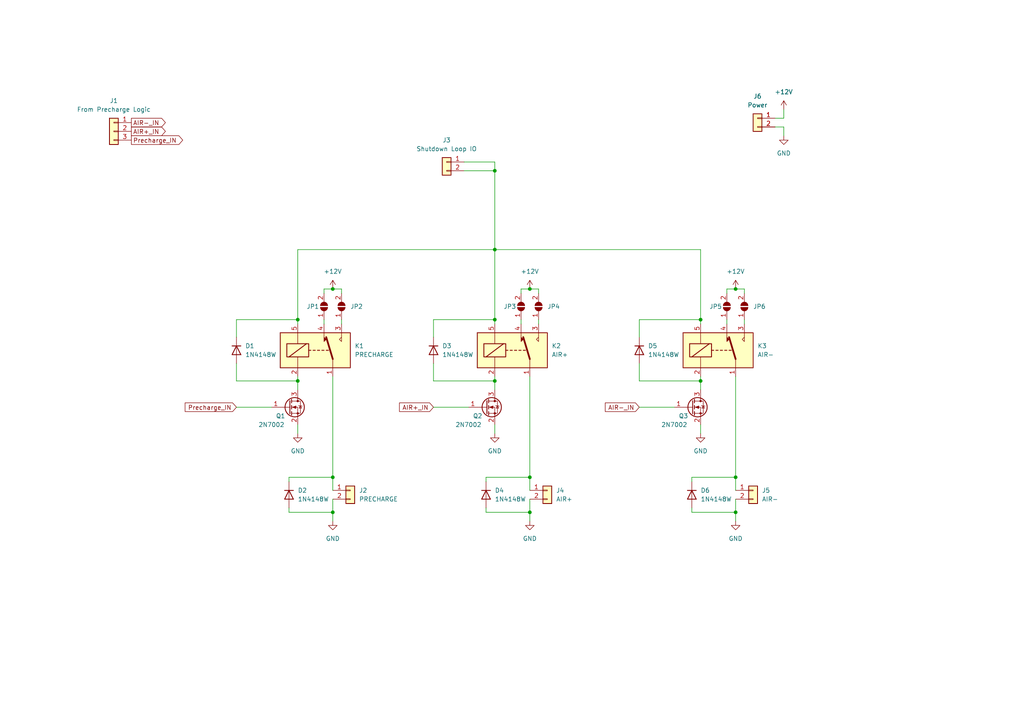
<source format=kicad_sch>
(kicad_sch (version 20211123) (generator eeschema)

  (uuid 7fd820f8-0c8e-4665-99ed-7fb9f2091fad)

  (paper "A4")

  (title_block
    (title "UCM67 Relay Driver Board")
    (date "2022-03-24")
    (rev "V1.0")
    (company "Niko Smith")
  )

  (lib_symbols
    (symbol "Connector_Generic:Conn_01x02" (pin_names (offset 1.016) hide) (in_bom yes) (on_board yes)
      (property "Reference" "J" (id 0) (at 0 2.54 0)
        (effects (font (size 1.27 1.27)))
      )
      (property "Value" "Conn_01x02" (id 1) (at 0 -5.08 0)
        (effects (font (size 1.27 1.27)))
      )
      (property "Footprint" "" (id 2) (at 0 0 0)
        (effects (font (size 1.27 1.27)) hide)
      )
      (property "Datasheet" "~" (id 3) (at 0 0 0)
        (effects (font (size 1.27 1.27)) hide)
      )
      (property "ki_keywords" "connector" (id 4) (at 0 0 0)
        (effects (font (size 1.27 1.27)) hide)
      )
      (property "ki_description" "Generic connector, single row, 01x02, script generated (kicad-library-utils/schlib/autogen/connector/)" (id 5) (at 0 0 0)
        (effects (font (size 1.27 1.27)) hide)
      )
      (property "ki_fp_filters" "Connector*:*_1x??_*" (id 6) (at 0 0 0)
        (effects (font (size 1.27 1.27)) hide)
      )
      (symbol "Conn_01x02_1_1"
        (rectangle (start -1.27 -2.413) (end 0 -2.667)
          (stroke (width 0.1524) (type default) (color 0 0 0 0))
          (fill (type none))
        )
        (rectangle (start -1.27 0.127) (end 0 -0.127)
          (stroke (width 0.1524) (type default) (color 0 0 0 0))
          (fill (type none))
        )
        (rectangle (start -1.27 1.27) (end 1.27 -3.81)
          (stroke (width 0.254) (type default) (color 0 0 0 0))
          (fill (type background))
        )
        (pin passive line (at -5.08 0 0) (length 3.81)
          (name "Pin_1" (effects (font (size 1.27 1.27))))
          (number "1" (effects (font (size 1.27 1.27))))
        )
        (pin passive line (at -5.08 -2.54 0) (length 3.81)
          (name "Pin_2" (effects (font (size 1.27 1.27))))
          (number "2" (effects (font (size 1.27 1.27))))
        )
      )
    )
    (symbol "Connector_Generic:Conn_01x03" (pin_names (offset 1.016) hide) (in_bom yes) (on_board yes)
      (property "Reference" "J" (id 0) (at 0 5.08 0)
        (effects (font (size 1.27 1.27)))
      )
      (property "Value" "Conn_01x03" (id 1) (at 0 -5.08 0)
        (effects (font (size 1.27 1.27)))
      )
      (property "Footprint" "" (id 2) (at 0 0 0)
        (effects (font (size 1.27 1.27)) hide)
      )
      (property "Datasheet" "~" (id 3) (at 0 0 0)
        (effects (font (size 1.27 1.27)) hide)
      )
      (property "ki_keywords" "connector" (id 4) (at 0 0 0)
        (effects (font (size 1.27 1.27)) hide)
      )
      (property "ki_description" "Generic connector, single row, 01x03, script generated (kicad-library-utils/schlib/autogen/connector/)" (id 5) (at 0 0 0)
        (effects (font (size 1.27 1.27)) hide)
      )
      (property "ki_fp_filters" "Connector*:*_1x??_*" (id 6) (at 0 0 0)
        (effects (font (size 1.27 1.27)) hide)
      )
      (symbol "Conn_01x03_1_1"
        (rectangle (start -1.27 -2.413) (end 0 -2.667)
          (stroke (width 0.1524) (type default) (color 0 0 0 0))
          (fill (type none))
        )
        (rectangle (start -1.27 0.127) (end 0 -0.127)
          (stroke (width 0.1524) (type default) (color 0 0 0 0))
          (fill (type none))
        )
        (rectangle (start -1.27 2.667) (end 0 2.413)
          (stroke (width 0.1524) (type default) (color 0 0 0 0))
          (fill (type none))
        )
        (rectangle (start -1.27 3.81) (end 1.27 -3.81)
          (stroke (width 0.254) (type default) (color 0 0 0 0))
          (fill (type background))
        )
        (pin passive line (at -5.08 2.54 0) (length 3.81)
          (name "Pin_1" (effects (font (size 1.27 1.27))))
          (number "1" (effects (font (size 1.27 1.27))))
        )
        (pin passive line (at -5.08 0 0) (length 3.81)
          (name "Pin_2" (effects (font (size 1.27 1.27))))
          (number "2" (effects (font (size 1.27 1.27))))
        )
        (pin passive line (at -5.08 -2.54 0) (length 3.81)
          (name "Pin_3" (effects (font (size 1.27 1.27))))
          (number "3" (effects (font (size 1.27 1.27))))
        )
      )
    )
    (symbol "Diode:1N4148W" (pin_numbers hide) (pin_names (offset 1.016) hide) (in_bom yes) (on_board yes)
      (property "Reference" "D" (id 0) (at 0 2.54 0)
        (effects (font (size 1.27 1.27)))
      )
      (property "Value" "1N4148W" (id 1) (at 0 -2.54 0)
        (effects (font (size 1.27 1.27)))
      )
      (property "Footprint" "Diode_SMD:D_SOD-123" (id 2) (at 0 -4.445 0)
        (effects (font (size 1.27 1.27)) hide)
      )
      (property "Datasheet" "https://www.vishay.com/docs/85748/1n4148w.pdf" (id 3) (at 0 0 0)
        (effects (font (size 1.27 1.27)) hide)
      )
      (property "ki_keywords" "diode" (id 4) (at 0 0 0)
        (effects (font (size 1.27 1.27)) hide)
      )
      (property "ki_description" "75V 0.15A Fast Switching Diode, SOD-123" (id 5) (at 0 0 0)
        (effects (font (size 1.27 1.27)) hide)
      )
      (property "ki_fp_filters" "D*SOD?123*" (id 6) (at 0 0 0)
        (effects (font (size 1.27 1.27)) hide)
      )
      (symbol "1N4148W_0_1"
        (polyline
          (pts
            (xy -1.27 1.27)
            (xy -1.27 -1.27)
          )
          (stroke (width 0.254) (type default) (color 0 0 0 0))
          (fill (type none))
        )
        (polyline
          (pts
            (xy 1.27 0)
            (xy -1.27 0)
          )
          (stroke (width 0) (type default) (color 0 0 0 0))
          (fill (type none))
        )
        (polyline
          (pts
            (xy 1.27 1.27)
            (xy 1.27 -1.27)
            (xy -1.27 0)
            (xy 1.27 1.27)
          )
          (stroke (width 0.254) (type default) (color 0 0 0 0))
          (fill (type none))
        )
      )
      (symbol "1N4148W_1_1"
        (pin passive line (at -3.81 0 0) (length 2.54)
          (name "K" (effects (font (size 1.27 1.27))))
          (number "1" (effects (font (size 1.27 1.27))))
        )
        (pin passive line (at 3.81 0 180) (length 2.54)
          (name "A" (effects (font (size 1.27 1.27))))
          (number "2" (effects (font (size 1.27 1.27))))
        )
      )
    )
    (symbol "Jumper:SolderJumper_2_Open" (pin_names (offset 0) hide) (in_bom yes) (on_board yes)
      (property "Reference" "JP" (id 0) (at 0 2.032 0)
        (effects (font (size 1.27 1.27)))
      )
      (property "Value" "SolderJumper_2_Open" (id 1) (at 0 -2.54 0)
        (effects (font (size 1.27 1.27)))
      )
      (property "Footprint" "" (id 2) (at 0 0 0)
        (effects (font (size 1.27 1.27)) hide)
      )
      (property "Datasheet" "~" (id 3) (at 0 0 0)
        (effects (font (size 1.27 1.27)) hide)
      )
      (property "ki_keywords" "solder jumper SPST" (id 4) (at 0 0 0)
        (effects (font (size 1.27 1.27)) hide)
      )
      (property "ki_description" "Solder Jumper, 2-pole, open" (id 5) (at 0 0 0)
        (effects (font (size 1.27 1.27)) hide)
      )
      (property "ki_fp_filters" "SolderJumper*Open*" (id 6) (at 0 0 0)
        (effects (font (size 1.27 1.27)) hide)
      )
      (symbol "SolderJumper_2_Open_0_1"
        (arc (start -0.254 1.016) (mid -1.27 0) (end -0.254 -1.016)
          (stroke (width 0) (type default) (color 0 0 0 0))
          (fill (type none))
        )
        (arc (start -0.254 1.016) (mid -1.27 0) (end -0.254 -1.016)
          (stroke (width 0) (type default) (color 0 0 0 0))
          (fill (type outline))
        )
        (polyline
          (pts
            (xy -0.254 1.016)
            (xy -0.254 -1.016)
          )
          (stroke (width 0) (type default) (color 0 0 0 0))
          (fill (type none))
        )
        (polyline
          (pts
            (xy 0.254 1.016)
            (xy 0.254 -1.016)
          )
          (stroke (width 0) (type default) (color 0 0 0 0))
          (fill (type none))
        )
        (arc (start 0.254 -1.016) (mid 1.27 0) (end 0.254 1.016)
          (stroke (width 0) (type default) (color 0 0 0 0))
          (fill (type none))
        )
        (arc (start 0.254 -1.016) (mid 1.27 0) (end 0.254 1.016)
          (stroke (width 0) (type default) (color 0 0 0 0))
          (fill (type outline))
        )
      )
      (symbol "SolderJumper_2_Open_1_1"
        (pin passive line (at -3.81 0 0) (length 2.54)
          (name "A" (effects (font (size 1.27 1.27))))
          (number "1" (effects (font (size 1.27 1.27))))
        )
        (pin passive line (at 3.81 0 180) (length 2.54)
          (name "B" (effects (font (size 1.27 1.27))))
          (number "2" (effects (font (size 1.27 1.27))))
        )
      )
    )
    (symbol "Relay:SANYOU_SRD_Form_C" (in_bom yes) (on_board yes)
      (property "Reference" "K" (id 0) (at 11.43 3.81 0)
        (effects (font (size 1.27 1.27)) (justify left))
      )
      (property "Value" "SANYOU_SRD_Form_C" (id 1) (at 11.43 1.27 0)
        (effects (font (size 1.27 1.27)) (justify left))
      )
      (property "Footprint" "Relay_THT:Relay_SPDT_SANYOU_SRD_Series_Form_C" (id 2) (at 11.43 -1.27 0)
        (effects (font (size 1.27 1.27)) (justify left) hide)
      )
      (property "Datasheet" "http://www.sanyourelay.ca/public/products/pdf/SRD.pdf" (id 3) (at 0 0 0)
        (effects (font (size 1.27 1.27)) hide)
      )
      (property "ki_keywords" "Single Pole Relay SPDT" (id 4) (at 0 0 0)
        (effects (font (size 1.27 1.27)) hide)
      )
      (property "ki_description" "Sanyo SRD relay, Single Pole Miniature Power Relay," (id 5) (at 0 0 0)
        (effects (font (size 1.27 1.27)) hide)
      )
      (property "ki_fp_filters" "Relay*SPDT*SANYOU*SRD*Series*Form*C*" (id 6) (at 0 0 0)
        (effects (font (size 1.27 1.27)) hide)
      )
      (symbol "SANYOU_SRD_Form_C_0_0"
        (polyline
          (pts
            (xy 7.62 5.08)
            (xy 7.62 2.54)
            (xy 6.985 3.175)
            (xy 7.62 3.81)
          )
          (stroke (width 0) (type default) (color 0 0 0 0))
          (fill (type none))
        )
      )
      (symbol "SANYOU_SRD_Form_C_0_1"
        (rectangle (start -10.16 5.08) (end 10.16 -5.08)
          (stroke (width 0.254) (type default) (color 0 0 0 0))
          (fill (type background))
        )
        (rectangle (start -8.255 1.905) (end -1.905 -1.905)
          (stroke (width 0.254) (type default) (color 0 0 0 0))
          (fill (type none))
        )
        (polyline
          (pts
            (xy -7.62 -1.905)
            (xy -2.54 1.905)
          )
          (stroke (width 0.254) (type default) (color 0 0 0 0))
          (fill (type none))
        )
        (polyline
          (pts
            (xy -5.08 -5.08)
            (xy -5.08 -1.905)
          )
          (stroke (width 0) (type default) (color 0 0 0 0))
          (fill (type none))
        )
        (polyline
          (pts
            (xy -5.08 5.08)
            (xy -5.08 1.905)
          )
          (stroke (width 0) (type default) (color 0 0 0 0))
          (fill (type none))
        )
        (polyline
          (pts
            (xy -1.905 0)
            (xy -1.27 0)
          )
          (stroke (width 0.254) (type default) (color 0 0 0 0))
          (fill (type none))
        )
        (polyline
          (pts
            (xy -0.635 0)
            (xy 0 0)
          )
          (stroke (width 0.254) (type default) (color 0 0 0 0))
          (fill (type none))
        )
        (polyline
          (pts
            (xy 0.635 0)
            (xy 1.27 0)
          )
          (stroke (width 0.254) (type default) (color 0 0 0 0))
          (fill (type none))
        )
        (polyline
          (pts
            (xy 1.905 0)
            (xy 2.54 0)
          )
          (stroke (width 0.254) (type default) (color 0 0 0 0))
          (fill (type none))
        )
        (polyline
          (pts
            (xy 3.175 0)
            (xy 3.81 0)
          )
          (stroke (width 0.254) (type default) (color 0 0 0 0))
          (fill (type none))
        )
        (polyline
          (pts
            (xy 5.08 -2.54)
            (xy 3.175 3.81)
          )
          (stroke (width 0.508) (type default) (color 0 0 0 0))
          (fill (type none))
        )
        (polyline
          (pts
            (xy 5.08 -2.54)
            (xy 5.08 -5.08)
          )
          (stroke (width 0) (type default) (color 0 0 0 0))
          (fill (type none))
        )
      )
      (symbol "SANYOU_SRD_Form_C_1_1"
        (polyline
          (pts
            (xy 2.54 3.81)
            (xy 3.175 3.175)
            (xy 2.54 2.54)
            (xy 2.54 5.08)
          )
          (stroke (width 0) (type default) (color 0 0 0 0))
          (fill (type outline))
        )
        (pin passive line (at 5.08 -7.62 90) (length 2.54)
          (name "~" (effects (font (size 1.27 1.27))))
          (number "1" (effects (font (size 1.27 1.27))))
        )
        (pin passive line (at -5.08 -7.62 90) (length 2.54)
          (name "~" (effects (font (size 1.27 1.27))))
          (number "2" (effects (font (size 1.27 1.27))))
        )
        (pin passive line (at 7.62 7.62 270) (length 2.54)
          (name "~" (effects (font (size 1.27 1.27))))
          (number "3" (effects (font (size 1.27 1.27))))
        )
        (pin passive line (at 2.54 7.62 270) (length 2.54)
          (name "~" (effects (font (size 1.27 1.27))))
          (number "4" (effects (font (size 1.27 1.27))))
        )
        (pin passive line (at -5.08 7.62 270) (length 2.54)
          (name "~" (effects (font (size 1.27 1.27))))
          (number "5" (effects (font (size 1.27 1.27))))
        )
      )
    )
    (symbol "Transistor_FET:2N7002" (pin_names hide) (in_bom yes) (on_board yes)
      (property "Reference" "Q" (id 0) (at 5.08 1.905 0)
        (effects (font (size 1.27 1.27)) (justify left))
      )
      (property "Value" "2N7002" (id 1) (at 5.08 0 0)
        (effects (font (size 1.27 1.27)) (justify left))
      )
      (property "Footprint" "Package_TO_SOT_SMD:SOT-23" (id 2) (at 5.08 -1.905 0)
        (effects (font (size 1.27 1.27) italic) (justify left) hide)
      )
      (property "Datasheet" "https://www.onsemi.com/pub/Collateral/NDS7002A-D.PDF" (id 3) (at 0 0 0)
        (effects (font (size 1.27 1.27)) (justify left) hide)
      )
      (property "ki_keywords" "N-Channel Switching MOSFET" (id 4) (at 0 0 0)
        (effects (font (size 1.27 1.27)) hide)
      )
      (property "ki_description" "0.115A Id, 60V Vds, N-Channel MOSFET, SOT-23" (id 5) (at 0 0 0)
        (effects (font (size 1.27 1.27)) hide)
      )
      (property "ki_fp_filters" "SOT?23*" (id 6) (at 0 0 0)
        (effects (font (size 1.27 1.27)) hide)
      )
      (symbol "2N7002_0_1"
        (polyline
          (pts
            (xy 0.254 0)
            (xy -2.54 0)
          )
          (stroke (width 0) (type default) (color 0 0 0 0))
          (fill (type none))
        )
        (polyline
          (pts
            (xy 0.254 1.905)
            (xy 0.254 -1.905)
          )
          (stroke (width 0.254) (type default) (color 0 0 0 0))
          (fill (type none))
        )
        (polyline
          (pts
            (xy 0.762 -1.27)
            (xy 0.762 -2.286)
          )
          (stroke (width 0.254) (type default) (color 0 0 0 0))
          (fill (type none))
        )
        (polyline
          (pts
            (xy 0.762 0.508)
            (xy 0.762 -0.508)
          )
          (stroke (width 0.254) (type default) (color 0 0 0 0))
          (fill (type none))
        )
        (polyline
          (pts
            (xy 0.762 2.286)
            (xy 0.762 1.27)
          )
          (stroke (width 0.254) (type default) (color 0 0 0 0))
          (fill (type none))
        )
        (polyline
          (pts
            (xy 2.54 2.54)
            (xy 2.54 1.778)
          )
          (stroke (width 0) (type default) (color 0 0 0 0))
          (fill (type none))
        )
        (polyline
          (pts
            (xy 2.54 -2.54)
            (xy 2.54 0)
            (xy 0.762 0)
          )
          (stroke (width 0) (type default) (color 0 0 0 0))
          (fill (type none))
        )
        (polyline
          (pts
            (xy 0.762 -1.778)
            (xy 3.302 -1.778)
            (xy 3.302 1.778)
            (xy 0.762 1.778)
          )
          (stroke (width 0) (type default) (color 0 0 0 0))
          (fill (type none))
        )
        (polyline
          (pts
            (xy 1.016 0)
            (xy 2.032 0.381)
            (xy 2.032 -0.381)
            (xy 1.016 0)
          )
          (stroke (width 0) (type default) (color 0 0 0 0))
          (fill (type outline))
        )
        (polyline
          (pts
            (xy 2.794 0.508)
            (xy 2.921 0.381)
            (xy 3.683 0.381)
            (xy 3.81 0.254)
          )
          (stroke (width 0) (type default) (color 0 0 0 0))
          (fill (type none))
        )
        (polyline
          (pts
            (xy 3.302 0.381)
            (xy 2.921 -0.254)
            (xy 3.683 -0.254)
            (xy 3.302 0.381)
          )
          (stroke (width 0) (type default) (color 0 0 0 0))
          (fill (type none))
        )
        (circle (center 1.651 0) (radius 2.794)
          (stroke (width 0.254) (type default) (color 0 0 0 0))
          (fill (type none))
        )
        (circle (center 2.54 -1.778) (radius 0.254)
          (stroke (width 0) (type default) (color 0 0 0 0))
          (fill (type outline))
        )
        (circle (center 2.54 1.778) (radius 0.254)
          (stroke (width 0) (type default) (color 0 0 0 0))
          (fill (type outline))
        )
      )
      (symbol "2N7002_1_1"
        (pin input line (at -5.08 0 0) (length 2.54)
          (name "G" (effects (font (size 1.27 1.27))))
          (number "1" (effects (font (size 1.27 1.27))))
        )
        (pin passive line (at 2.54 -5.08 90) (length 2.54)
          (name "S" (effects (font (size 1.27 1.27))))
          (number "2" (effects (font (size 1.27 1.27))))
        )
        (pin passive line (at 2.54 5.08 270) (length 2.54)
          (name "D" (effects (font (size 1.27 1.27))))
          (number "3" (effects (font (size 1.27 1.27))))
        )
      )
    )
    (symbol "power:+12V" (power) (pin_names (offset 0)) (in_bom yes) (on_board yes)
      (property "Reference" "#PWR" (id 0) (at 0 -3.81 0)
        (effects (font (size 1.27 1.27)) hide)
      )
      (property "Value" "+12V" (id 1) (at 0 3.556 0)
        (effects (font (size 1.27 1.27)))
      )
      (property "Footprint" "" (id 2) (at 0 0 0)
        (effects (font (size 1.27 1.27)) hide)
      )
      (property "Datasheet" "" (id 3) (at 0 0 0)
        (effects (font (size 1.27 1.27)) hide)
      )
      (property "ki_keywords" "power-flag" (id 4) (at 0 0 0)
        (effects (font (size 1.27 1.27)) hide)
      )
      (property "ki_description" "Power symbol creates a global label with name \"+12V\"" (id 5) (at 0 0 0)
        (effects (font (size 1.27 1.27)) hide)
      )
      (symbol "+12V_0_1"
        (polyline
          (pts
            (xy -0.762 1.27)
            (xy 0 2.54)
          )
          (stroke (width 0) (type default) (color 0 0 0 0))
          (fill (type none))
        )
        (polyline
          (pts
            (xy 0 0)
            (xy 0 2.54)
          )
          (stroke (width 0) (type default) (color 0 0 0 0))
          (fill (type none))
        )
        (polyline
          (pts
            (xy 0 2.54)
            (xy 0.762 1.27)
          )
          (stroke (width 0) (type default) (color 0 0 0 0))
          (fill (type none))
        )
      )
      (symbol "+12V_1_1"
        (pin power_in line (at 0 0 90) (length 0) hide
          (name "+12V" (effects (font (size 1.27 1.27))))
          (number "1" (effects (font (size 1.27 1.27))))
        )
      )
    )
    (symbol "power:GND" (power) (pin_names (offset 0)) (in_bom yes) (on_board yes)
      (property "Reference" "#PWR" (id 0) (at 0 -6.35 0)
        (effects (font (size 1.27 1.27)) hide)
      )
      (property "Value" "GND" (id 1) (at 0 -3.81 0)
        (effects (font (size 1.27 1.27)))
      )
      (property "Footprint" "" (id 2) (at 0 0 0)
        (effects (font (size 1.27 1.27)) hide)
      )
      (property "Datasheet" "" (id 3) (at 0 0 0)
        (effects (font (size 1.27 1.27)) hide)
      )
      (property "ki_keywords" "power-flag" (id 4) (at 0 0 0)
        (effects (font (size 1.27 1.27)) hide)
      )
      (property "ki_description" "Power symbol creates a global label with name \"GND\" , ground" (id 5) (at 0 0 0)
        (effects (font (size 1.27 1.27)) hide)
      )
      (symbol "GND_0_1"
        (polyline
          (pts
            (xy 0 0)
            (xy 0 -1.27)
            (xy 1.27 -1.27)
            (xy 0 -2.54)
            (xy -1.27 -1.27)
            (xy 0 -1.27)
          )
          (stroke (width 0) (type default) (color 0 0 0 0))
          (fill (type none))
        )
      )
      (symbol "GND_1_1"
        (pin power_in line (at 0 0 270) (length 0) hide
          (name "GND" (effects (font (size 1.27 1.27))))
          (number "1" (effects (font (size 1.27 1.27))))
        )
      )
    )
  )

  (junction (at 153.67 138.43) (diameter 0) (color 0 0 0 0)
    (uuid 0638d707-42e2-4f31-814e-64131825d545)
  )
  (junction (at 203.2 92.71) (diameter 0) (color 0 0 0 0)
    (uuid 12878efa-5c81-4e44-bbc9-e8c182c29479)
  )
  (junction (at 143.51 72.39) (diameter 0) (color 0 0 0 0)
    (uuid 18713f4b-998f-4524-b0cb-d3d0f28d782f)
  )
  (junction (at 153.67 148.59) (diameter 0) (color 0 0 0 0)
    (uuid 1e5cccea-0670-4f3f-bd87-1da000b626d1)
  )
  (junction (at 96.52 148.59) (diameter 0) (color 0 0 0 0)
    (uuid 2be1f25b-3975-4b0b-80cd-88d4ae361984)
  )
  (junction (at 153.67 83.82) (diameter 0) (color 0 0 0 0)
    (uuid 2d79801e-81a7-4f80-b114-ae99d1ce7dc8)
  )
  (junction (at 143.51 92.71) (diameter 0) (color 0 0 0 0)
    (uuid 3039a38d-ed41-4d78-9c5e-0fee56ee1ff8)
  )
  (junction (at 96.52 138.43) (diameter 0) (color 0 0 0 0)
    (uuid 697664ce-8748-4de2-a7ca-7631eb7cba0e)
  )
  (junction (at 86.36 92.71) (diameter 0) (color 0 0 0 0)
    (uuid 796c052d-eae0-49e2-af75-a6b2f96d05f7)
  )
  (junction (at 86.36 110.49) (diameter 0) (color 0 0 0 0)
    (uuid 801bf500-0002-436b-8fb3-9cca37505002)
  )
  (junction (at 213.36 83.82) (diameter 0) (color 0 0 0 0)
    (uuid 82f5f267-3bd5-4dcf-a27b-7e249179355b)
  )
  (junction (at 143.51 49.53) (diameter 0) (color 0 0 0 0)
    (uuid 8fd26918-ece0-4668-b16c-50461ccce3bd)
  )
  (junction (at 143.51 110.49) (diameter 0) (color 0 0 0 0)
    (uuid 9a907c15-c755-48c3-9aa7-c89e8e92fdc9)
  )
  (junction (at 213.36 148.59) (diameter 0) (color 0 0 0 0)
    (uuid 9d41200d-9320-4670-bd07-134f827c10a4)
  )
  (junction (at 203.2 110.49) (diameter 0) (color 0 0 0 0)
    (uuid a3dc49ef-6ec8-49ad-a37e-7f39ce6ddd3a)
  )
  (junction (at 213.36 138.43) (diameter 0) (color 0 0 0 0)
    (uuid b3ee8404-3a2e-4454-b9cd-ebf10d97be83)
  )
  (junction (at 96.52 83.82) (diameter 0) (color 0 0 0 0)
    (uuid d2c6cbf2-76b1-4408-b1d5-b70e21fb1417)
  )

  (wire (pts (xy 68.58 105.41) (xy 68.58 110.49))
    (stroke (width 0) (type default) (color 0 0 0 0))
    (uuid 00eccba3-b0b1-4179-aed6-d1fdb2eb6b34)
  )
  (wire (pts (xy 140.97 147.32) (xy 140.97 148.59))
    (stroke (width 0) (type default) (color 0 0 0 0))
    (uuid 0479dbf6-aa12-4750-a17e-3635e1d898ea)
  )
  (wire (pts (xy 153.67 83.82) (xy 156.21 83.82))
    (stroke (width 0) (type default) (color 0 0 0 0))
    (uuid 04dff9b1-4eeb-455e-9c6e-138ad00d2563)
  )
  (wire (pts (xy 86.36 92.71) (xy 86.36 72.39))
    (stroke (width 0) (type default) (color 0 0 0 0))
    (uuid 05279c92-a97d-4708-a02c-09d3a02e2997)
  )
  (wire (pts (xy 227.33 34.29) (xy 227.33 31.75))
    (stroke (width 0) (type default) (color 0 0 0 0))
    (uuid 0b3cca22-9ec1-4267-ad5f-6a2dda0cb570)
  )
  (wire (pts (xy 203.2 93.98) (xy 203.2 92.71))
    (stroke (width 0) (type default) (color 0 0 0 0))
    (uuid 0bce63d6-767e-45fd-a100-e5d34179a631)
  )
  (wire (pts (xy 140.97 148.59) (xy 153.67 148.59))
    (stroke (width 0) (type default) (color 0 0 0 0))
    (uuid 0e54acc3-3c67-4871-a1f7-d35ced467981)
  )
  (wire (pts (xy 224.79 36.83) (xy 227.33 36.83))
    (stroke (width 0) (type default) (color 0 0 0 0))
    (uuid 18d66822-ae9e-4379-a63f-9ddb6a89507a)
  )
  (wire (pts (xy 83.82 139.7) (xy 83.82 138.43))
    (stroke (width 0) (type default) (color 0 0 0 0))
    (uuid 1b7ef2d7-3e4b-4435-bc89-c6c825d75f10)
  )
  (wire (pts (xy 203.2 110.49) (xy 203.2 109.22))
    (stroke (width 0) (type default) (color 0 0 0 0))
    (uuid 1e2dcb2d-e89f-46f2-b0b5-4f5f2e1b282c)
  )
  (wire (pts (xy 93.98 83.82) (xy 96.52 83.82))
    (stroke (width 0) (type default) (color 0 0 0 0))
    (uuid 1e588fe6-d889-44aa-bb74-5390d59bc688)
  )
  (wire (pts (xy 140.97 138.43) (xy 153.67 138.43))
    (stroke (width 0) (type default) (color 0 0 0 0))
    (uuid 2a3e3937-f1c9-4371-a1ef-6f37a588e608)
  )
  (wire (pts (xy 143.51 92.71) (xy 143.51 72.39))
    (stroke (width 0) (type default) (color 0 0 0 0))
    (uuid 2e04f23b-a7c7-49a8-acd9-edd80b0ecae7)
  )
  (wire (pts (xy 125.73 118.11) (xy 135.89 118.11))
    (stroke (width 0) (type default) (color 0 0 0 0))
    (uuid 2f371d51-9735-4026-93f5-3b2ef7e0acb1)
  )
  (wire (pts (xy 156.21 85.09) (xy 156.21 83.82))
    (stroke (width 0) (type default) (color 0 0 0 0))
    (uuid 2ffb26e2-22f8-4a86-9609-ca4f947ea65e)
  )
  (wire (pts (xy 200.66 148.59) (xy 213.36 148.59))
    (stroke (width 0) (type default) (color 0 0 0 0))
    (uuid 31cb65f4-70b6-47ab-ac7c-9afbb262ea5f)
  )
  (wire (pts (xy 185.42 105.41) (xy 185.42 110.49))
    (stroke (width 0) (type default) (color 0 0 0 0))
    (uuid 41231fa5-8b2e-4a82-8533-f10702f7460a)
  )
  (wire (pts (xy 203.2 92.71) (xy 203.2 72.39))
    (stroke (width 0) (type default) (color 0 0 0 0))
    (uuid 498517b7-dc94-415f-bdb8-5792a1b05cb8)
  )
  (wire (pts (xy 151.13 85.09) (xy 151.13 83.82))
    (stroke (width 0) (type default) (color 0 0 0 0))
    (uuid 49be92d6-6725-4924-9961-08f0fdd9f19b)
  )
  (wire (pts (xy 143.51 72.39) (xy 203.2 72.39))
    (stroke (width 0) (type default) (color 0 0 0 0))
    (uuid 4affe2c3-1285-4e75-8258-3aa1debf8e5b)
  )
  (wire (pts (xy 213.36 144.78) (xy 213.36 148.59))
    (stroke (width 0) (type default) (color 0 0 0 0))
    (uuid 4d24efbc-f4ce-4aeb-b127-5ff3e27b027a)
  )
  (wire (pts (xy 93.98 85.09) (xy 93.98 83.82))
    (stroke (width 0) (type default) (color 0 0 0 0))
    (uuid 578b562f-58b8-4603-9d3d-3ca112d9a75c)
  )
  (wire (pts (xy 96.52 83.82) (xy 99.06 83.82))
    (stroke (width 0) (type default) (color 0 0 0 0))
    (uuid 595d534d-98bd-46bf-a4ff-fde5855fadbe)
  )
  (wire (pts (xy 125.73 92.71) (xy 143.51 92.71))
    (stroke (width 0) (type default) (color 0 0 0 0))
    (uuid 5bb53b27-97b0-4798-ad1e-9029c1944ac6)
  )
  (wire (pts (xy 203.2 113.03) (xy 203.2 110.49))
    (stroke (width 0) (type default) (color 0 0 0 0))
    (uuid 61a8d3bf-9dd6-4bc6-acbc-7c613cfbd376)
  )
  (wire (pts (xy 143.51 49.53) (xy 143.51 72.39))
    (stroke (width 0) (type default) (color 0 0 0 0))
    (uuid 64865b8d-d516-4da5-88f1-8d40bf9091d6)
  )
  (wire (pts (xy 213.36 109.22) (xy 213.36 138.43))
    (stroke (width 0) (type default) (color 0 0 0 0))
    (uuid 6508b25a-0a7a-40eb-ab3a-7e7e0ccbfa76)
  )
  (wire (pts (xy 185.42 97.79) (xy 185.42 92.71))
    (stroke (width 0) (type default) (color 0 0 0 0))
    (uuid 6975c1aa-03b2-4439-99f7-a4dfaf8d7487)
  )
  (wire (pts (xy 200.66 147.32) (xy 200.66 148.59))
    (stroke (width 0) (type default) (color 0 0 0 0))
    (uuid 72bf36a5-1464-4ee8-8960-89910b025c8f)
  )
  (wire (pts (xy 210.82 83.82) (xy 213.36 83.82))
    (stroke (width 0) (type default) (color 0 0 0 0))
    (uuid 73430068-c8f4-47f8-9713-b4efe7a01d1a)
  )
  (wire (pts (xy 213.36 83.82) (xy 215.9 83.82))
    (stroke (width 0) (type default) (color 0 0 0 0))
    (uuid 7921aeb1-c41e-4810-8ee5-6686a14c2845)
  )
  (wire (pts (xy 156.21 92.71) (xy 156.21 93.98))
    (stroke (width 0) (type default) (color 0 0 0 0))
    (uuid 7e3ca010-a748-436a-95f8-ba457ea78350)
  )
  (wire (pts (xy 96.52 144.78) (xy 96.52 148.59))
    (stroke (width 0) (type default) (color 0 0 0 0))
    (uuid 7f104db8-75cc-4524-8118-07b963d1ab68)
  )
  (wire (pts (xy 143.51 93.98) (xy 143.51 92.71))
    (stroke (width 0) (type default) (color 0 0 0 0))
    (uuid 81c29916-78e8-4924-80c4-4c7b240b1460)
  )
  (wire (pts (xy 153.67 144.78) (xy 153.67 148.59))
    (stroke (width 0) (type default) (color 0 0 0 0))
    (uuid 87c799f0-7692-4981-b0e8-0f0a3a701c80)
  )
  (wire (pts (xy 68.58 118.11) (xy 78.74 118.11))
    (stroke (width 0) (type default) (color 0 0 0 0))
    (uuid 885ebe43-b6ad-42fe-bc71-d7c9ebc3d292)
  )
  (wire (pts (xy 125.73 97.79) (xy 125.73 92.71))
    (stroke (width 0) (type default) (color 0 0 0 0))
    (uuid 89532565-f9e7-4cf2-975d-d25e7b7ca76c)
  )
  (wire (pts (xy 153.67 148.59) (xy 153.67 151.13))
    (stroke (width 0) (type default) (color 0 0 0 0))
    (uuid 8c21079d-7ff6-40a0-bf4c-41c8e5352cff)
  )
  (wire (pts (xy 213.36 148.59) (xy 213.36 151.13))
    (stroke (width 0) (type default) (color 0 0 0 0))
    (uuid 8ee61c13-aa04-4dd6-b943-f5a2a4117b99)
  )
  (wire (pts (xy 83.82 147.32) (xy 83.82 148.59))
    (stroke (width 0) (type default) (color 0 0 0 0))
    (uuid 8f8c649a-d218-4f4d-a9f1-439a2b8a3b64)
  )
  (wire (pts (xy 213.36 138.43) (xy 213.36 142.24))
    (stroke (width 0) (type default) (color 0 0 0 0))
    (uuid 90097450-1d22-4bfa-aa87-98ca25ff700b)
  )
  (wire (pts (xy 215.9 85.09) (xy 215.9 83.82))
    (stroke (width 0) (type default) (color 0 0 0 0))
    (uuid 90b2e6c6-a62d-4457-a708-7c90e1963885)
  )
  (wire (pts (xy 143.51 46.99) (xy 143.51 49.53))
    (stroke (width 0) (type default) (color 0 0 0 0))
    (uuid 94e53238-dce0-44f0-b3ab-c067d058562e)
  )
  (wire (pts (xy 143.51 125.73) (xy 143.51 123.19))
    (stroke (width 0) (type default) (color 0 0 0 0))
    (uuid 96854bfe-cf6e-43b1-913a-2c04114d38cf)
  )
  (wire (pts (xy 86.36 125.73) (xy 86.36 123.19))
    (stroke (width 0) (type default) (color 0 0 0 0))
    (uuid 96d03886-47df-4a69-935b-56c4327baad1)
  )
  (wire (pts (xy 96.52 109.22) (xy 96.52 138.43))
    (stroke (width 0) (type default) (color 0 0 0 0))
    (uuid 9c119fdc-37f7-4096-b22c-d1f511f9ab3a)
  )
  (wire (pts (xy 140.97 139.7) (xy 140.97 138.43))
    (stroke (width 0) (type default) (color 0 0 0 0))
    (uuid 9e5c2bbe-123f-4d5b-96ef-e683238f5ac1)
  )
  (wire (pts (xy 83.82 138.43) (xy 96.52 138.43))
    (stroke (width 0) (type default) (color 0 0 0 0))
    (uuid ab0fef4b-6e1c-4df8-90c4-47edd49722ea)
  )
  (wire (pts (xy 134.62 46.99) (xy 143.51 46.99))
    (stroke (width 0) (type default) (color 0 0 0 0))
    (uuid ab4363a7-5eba-4b81-a491-9ade12559089)
  )
  (wire (pts (xy 143.51 113.03) (xy 143.51 110.49))
    (stroke (width 0) (type default) (color 0 0 0 0))
    (uuid b0818234-cc74-4d5a-bba2-e76da969f223)
  )
  (wire (pts (xy 99.06 92.71) (xy 99.06 93.98))
    (stroke (width 0) (type default) (color 0 0 0 0))
    (uuid b16a56c2-5edc-47e5-963e-27d150987314)
  )
  (wire (pts (xy 143.51 110.49) (xy 143.51 109.22))
    (stroke (width 0) (type default) (color 0 0 0 0))
    (uuid b72219ae-c859-434b-9dfd-0aa904feccb2)
  )
  (wire (pts (xy 224.79 34.29) (xy 227.33 34.29))
    (stroke (width 0) (type default) (color 0 0 0 0))
    (uuid b8a101fc-f3b4-4dd4-9dd4-91d25af7ba55)
  )
  (wire (pts (xy 68.58 110.49) (xy 86.36 110.49))
    (stroke (width 0) (type default) (color 0 0 0 0))
    (uuid ba205604-1792-4e70-be68-e7e1a8723565)
  )
  (wire (pts (xy 99.06 85.09) (xy 99.06 83.82))
    (stroke (width 0) (type default) (color 0 0 0 0))
    (uuid bbaa2686-6498-480c-b9a7-3de6bbe02ff8)
  )
  (wire (pts (xy 203.2 125.73) (xy 203.2 123.19))
    (stroke (width 0) (type default) (color 0 0 0 0))
    (uuid bedfd1da-085f-4f87-98f1-8e6e5a79653d)
  )
  (wire (pts (xy 125.73 110.49) (xy 143.51 110.49))
    (stroke (width 0) (type default) (color 0 0 0 0))
    (uuid c1195a8f-7f96-4494-8a0e-c0a4820644bc)
  )
  (wire (pts (xy 151.13 92.71) (xy 151.13 93.98))
    (stroke (width 0) (type default) (color 0 0 0 0))
    (uuid c35f3fc4-fd86-44e9-b563-9319f6484731)
  )
  (wire (pts (xy 185.42 110.49) (xy 203.2 110.49))
    (stroke (width 0) (type default) (color 0 0 0 0))
    (uuid c4a442e2-c6ea-4d2c-bbac-c20e4af8174f)
  )
  (wire (pts (xy 151.13 83.82) (xy 153.67 83.82))
    (stroke (width 0) (type default) (color 0 0 0 0))
    (uuid c6179a0e-00b0-456c-ab0d-68833d7cbe1b)
  )
  (wire (pts (xy 86.36 113.03) (xy 86.36 110.49))
    (stroke (width 0) (type default) (color 0 0 0 0))
    (uuid c80621c4-81c7-4209-97a8-6143c833b7eb)
  )
  (wire (pts (xy 96.52 148.59) (xy 96.52 151.13))
    (stroke (width 0) (type default) (color 0 0 0 0))
    (uuid c8ded70c-2bcd-4c55-b033-d23477d4c61f)
  )
  (wire (pts (xy 185.42 92.71) (xy 203.2 92.71))
    (stroke (width 0) (type default) (color 0 0 0 0))
    (uuid cc47a93d-2ed9-4d33-b87b-4b78cb72de79)
  )
  (wire (pts (xy 153.67 138.43) (xy 153.67 142.24))
    (stroke (width 0) (type default) (color 0 0 0 0))
    (uuid d05d54a3-f59c-412e-aecb-aa152fdb7938)
  )
  (wire (pts (xy 200.66 139.7) (xy 200.66 138.43))
    (stroke (width 0) (type default) (color 0 0 0 0))
    (uuid d2611f15-047c-4918-b202-1de0580a9b89)
  )
  (wire (pts (xy 93.98 92.71) (xy 93.98 93.98))
    (stroke (width 0) (type default) (color 0 0 0 0))
    (uuid d4994c60-fc43-4e9f-8c28-0e9981bb4806)
  )
  (wire (pts (xy 185.42 118.11) (xy 195.58 118.11))
    (stroke (width 0) (type default) (color 0 0 0 0))
    (uuid dbf0e3ed-43f8-499f-bf36-390ed5af2ef0)
  )
  (wire (pts (xy 86.36 110.49) (xy 86.36 109.22))
    (stroke (width 0) (type default) (color 0 0 0 0))
    (uuid dd47578a-e07f-4ee3-a639-3784d9659e40)
  )
  (wire (pts (xy 86.36 93.98) (xy 86.36 92.71))
    (stroke (width 0) (type default) (color 0 0 0 0))
    (uuid e522f544-c911-4b74-ad1b-ab62ca3b5566)
  )
  (wire (pts (xy 96.52 138.43) (xy 96.52 142.24))
    (stroke (width 0) (type default) (color 0 0 0 0))
    (uuid e66efc8d-cd55-4bd2-9d9f-393ca214529c)
  )
  (wire (pts (xy 227.33 36.83) (xy 227.33 39.37))
    (stroke (width 0) (type default) (color 0 0 0 0))
    (uuid e6cd3e72-714e-4756-973e-9a36daf7fc48)
  )
  (wire (pts (xy 68.58 92.71) (xy 86.36 92.71))
    (stroke (width 0) (type default) (color 0 0 0 0))
    (uuid e75e8e38-bdbb-4003-953e-a9ea3b9436bc)
  )
  (wire (pts (xy 68.58 97.79) (xy 68.58 92.71))
    (stroke (width 0) (type default) (color 0 0 0 0))
    (uuid e7fafbf8-21cb-441a-a637-43f7a6b35e35)
  )
  (wire (pts (xy 210.82 92.71) (xy 210.82 93.98))
    (stroke (width 0) (type default) (color 0 0 0 0))
    (uuid e994a535-022e-4958-adf7-c1ca1009471a)
  )
  (wire (pts (xy 134.62 49.53) (xy 143.51 49.53))
    (stroke (width 0) (type default) (color 0 0 0 0))
    (uuid ea4a28c1-d99b-4e42-8c23-ffa9af7a41bd)
  )
  (wire (pts (xy 200.66 138.43) (xy 213.36 138.43))
    (stroke (width 0) (type default) (color 0 0 0 0))
    (uuid ebf99fdc-b1f1-4b1b-80dd-34c88e847f01)
  )
  (wire (pts (xy 83.82 148.59) (xy 96.52 148.59))
    (stroke (width 0) (type default) (color 0 0 0 0))
    (uuid ee26b7cc-8c38-43c0-8439-f89b0f495741)
  )
  (wire (pts (xy 210.82 85.09) (xy 210.82 83.82))
    (stroke (width 0) (type default) (color 0 0 0 0))
    (uuid ef24d342-4af3-4736-b32c-85b9577a0652)
  )
  (wire (pts (xy 153.67 109.22) (xy 153.67 138.43))
    (stroke (width 0) (type default) (color 0 0 0 0))
    (uuid f4fa323d-66cc-4afb-9bdc-0c7d7de1ea10)
  )
  (wire (pts (xy 86.36 72.39) (xy 143.51 72.39))
    (stroke (width 0) (type default) (color 0 0 0 0))
    (uuid f6851a61-cb20-41be-9c7d-d34e200a5df7)
  )
  (wire (pts (xy 125.73 105.41) (xy 125.73 110.49))
    (stroke (width 0) (type default) (color 0 0 0 0))
    (uuid fcb41f16-ac5c-4fdf-92cf-d17e2730891a)
  )
  (wire (pts (xy 215.9 92.71) (xy 215.9 93.98))
    (stroke (width 0) (type default) (color 0 0 0 0))
    (uuid fe11c53a-9e62-4927-a03d-ddbf94ae4b37)
  )

  (global_label "AIR-_IN" (shape input) (at 185.42 118.11 180) (fields_autoplaced)
    (effects (font (size 1.27 1.27)) (justify right))
    (uuid 193bdd8b-9879-4e8c-983d-c7adebc1d8f4)
    (property "Intersheet References" "${INTERSHEET_REFS}" (id 0) (at 175.5683 118.0306 0)
      (effects (font (size 1.27 1.27)) (justify right) hide)
    )
  )
  (global_label "AIR+_IN" (shape input) (at 125.73 118.11 180) (fields_autoplaced)
    (effects (font (size 1.27 1.27)) (justify right))
    (uuid 56b04227-cf2a-4db7-ac66-3966b6552b10)
    (property "Intersheet References" "${INTERSHEET_REFS}" (id 0) (at 115.8783 118.0306 0)
      (effects (font (size 1.27 1.27)) (justify right) hide)
    )
  )
  (global_label "Precharge_IN" (shape output) (at 38.1 40.64 0) (fields_autoplaced)
    (effects (font (size 1.27 1.27)) (justify left))
    (uuid 665f0fc5-a5e7-4ec9-9a85-1395b469a82e)
    (property "Intersheet References" "${INTERSHEET_REFS}" (id 0) (at 52.9712 40.5606 0)
      (effects (font (size 1.27 1.27)) (justify left) hide)
    )
  )
  (global_label "AIR-_IN" (shape output) (at 38.1 35.56 0) (fields_autoplaced)
    (effects (font (size 1.27 1.27)) (justify left))
    (uuid b801d437-c764-4325-9fad-d22c54a238d1)
    (property "Intersheet References" "${INTERSHEET_REFS}" (id 0) (at 47.9517 35.4806 0)
      (effects (font (size 1.27 1.27)) (justify left) hide)
    )
  )
  (global_label "AIR+_IN" (shape output) (at 38.1 38.1 0) (fields_autoplaced)
    (effects (font (size 1.27 1.27)) (justify left))
    (uuid cb51a881-e98f-4602-bf08-1726c7978073)
    (property "Intersheet References" "${INTERSHEET_REFS}" (id 0) (at 47.9517 38.0206 0)
      (effects (font (size 1.27 1.27)) (justify left) hide)
    )
  )
  (global_label "Precharge_IN" (shape input) (at 68.58 118.11 180) (fields_autoplaced)
    (effects (font (size 1.27 1.27)) (justify right))
    (uuid f95b1776-8acf-4a5d-af9e-81f00c033759)
    (property "Intersheet References" "${INTERSHEET_REFS}" (id 0) (at 53.7088 118.0306 0)
      (effects (font (size 1.27 1.27)) (justify right) hide)
    )
  )

  (symbol (lib_id "Diode:1N4148W") (at 185.42 101.6 270) (unit 1)
    (in_bom yes) (on_board yes) (fields_autoplaced)
    (uuid 00af34d4-f51e-430f-944e-00f312934c90)
    (property "Reference" "D5" (id 0) (at 187.96 100.3299 90)
      (effects (font (size 1.27 1.27)) (justify left))
    )
    (property "Value" "1N4148W" (id 1) (at 187.96 102.8699 90)
      (effects (font (size 1.27 1.27)) (justify left))
    )
    (property "Footprint" "Diode_SMD:D_SOD-123" (id 2) (at 180.975 101.6 0)
      (effects (font (size 1.27 1.27)) hide)
    )
    (property "Datasheet" "https://www.vishay.com/docs/85748/1n4148w.pdf" (id 3) (at 185.42 101.6 0)
      (effects (font (size 1.27 1.27)) hide)
    )
    (pin "1" (uuid c8c7d267-c1e1-429b-b4e8-59908f2b1686))
    (pin "2" (uuid 47f2e2b5-6aa3-4377-90a5-596156302fb5))
  )

  (symbol (lib_id "power:GND") (at 227.33 39.37 0) (unit 1)
    (in_bom yes) (on_board yes) (fields_autoplaced)
    (uuid 029c78b3-4f89-4a57-ac0f-eb8a840fd9e3)
    (property "Reference" "#PWR0107" (id 0) (at 227.33 45.72 0)
      (effects (font (size 1.27 1.27)) hide)
    )
    (property "Value" "GND" (id 1) (at 227.33 44.45 0))
    (property "Footprint" "" (id 2) (at 227.33 39.37 0)
      (effects (font (size 1.27 1.27)) hide)
    )
    (property "Datasheet" "" (id 3) (at 227.33 39.37 0)
      (effects (font (size 1.27 1.27)) hide)
    )
    (pin "1" (uuid 50b3539d-7e92-41d9-91b0-e79b7cb25691))
  )

  (symbol (lib_id "power:+12V") (at 227.33 31.75 0) (unit 1)
    (in_bom yes) (on_board yes) (fields_autoplaced)
    (uuid 0532b342-b692-4c46-998a-d5f969156a21)
    (property "Reference" "#PWR0106" (id 0) (at 227.33 35.56 0)
      (effects (font (size 1.27 1.27)) hide)
    )
    (property "Value" "+12V" (id 1) (at 227.33 26.67 0))
    (property "Footprint" "" (id 2) (at 227.33 31.75 0)
      (effects (font (size 1.27 1.27)) hide)
    )
    (property "Datasheet" "" (id 3) (at 227.33 31.75 0)
      (effects (font (size 1.27 1.27)) hide)
    )
    (pin "1" (uuid b3d013b9-342d-477d-be89-f05be262ef3b))
  )

  (symbol (lib_id "power:GND") (at 213.36 151.13 0) (unit 1)
    (in_bom yes) (on_board yes) (fields_autoplaced)
    (uuid 0a1f407f-4da0-452e-a756-940c591e5d1a)
    (property "Reference" "#PWR0109" (id 0) (at 213.36 157.48 0)
      (effects (font (size 1.27 1.27)) hide)
    )
    (property "Value" "GND" (id 1) (at 213.36 156.21 0))
    (property "Footprint" "" (id 2) (at 213.36 151.13 0)
      (effects (font (size 1.27 1.27)) hide)
    )
    (property "Datasheet" "" (id 3) (at 213.36 151.13 0)
      (effects (font (size 1.27 1.27)) hide)
    )
    (pin "1" (uuid 6ea56c87-5063-4b54-87a3-879843418afe))
  )

  (symbol (lib_id "Relay:SANYOU_SRD_Form_C") (at 91.44 101.6 0) (unit 1)
    (in_bom yes) (on_board yes) (fields_autoplaced)
    (uuid 0f21d2b4-c228-45e7-9329-9fef8536a6f0)
    (property "Reference" "K1" (id 0) (at 102.87 100.3299 0)
      (effects (font (size 1.27 1.27)) (justify left))
    )
    (property "Value" "PRECHARGE" (id 1) (at 102.87 102.8699 0)
      (effects (font (size 1.27 1.27)) (justify left))
    )
    (property "Footprint" "Relay_THT:Relay_SPDT_SANYOU_SRD_Series_Form_C" (id 2) (at 102.87 102.87 0)
      (effects (font (size 1.27 1.27)) (justify left) hide)
    )
    (property "Datasheet" "http://www.sanyourelay.ca/public/products/pdf/SRD.pdf" (id 3) (at 91.44 101.6 0)
      (effects (font (size 1.27 1.27)) hide)
    )
    (pin "1" (uuid 33e05f05-e57f-4511-a23b-5bd2f0b9e1d8))
    (pin "2" (uuid 1e16e175-4547-4d45-ab32-e1ff6da0a557))
    (pin "3" (uuid a5e8b311-6a62-4d6c-a5ae-9b9846d946a1))
    (pin "4" (uuid c6b10f62-e5f3-4283-990f-8d00f7b00715))
    (pin "5" (uuid c5172cc0-6a5f-4c97-8581-b603e609fda0))
  )

  (symbol (lib_id "Connector_Generic:Conn_01x02") (at 219.71 34.29 0) (mirror y) (unit 1)
    (in_bom yes) (on_board yes) (fields_autoplaced)
    (uuid 189eb3a7-637a-4f98-bd45-4a49d86a7429)
    (property "Reference" "J6" (id 0) (at 219.71 27.94 0))
    (property "Value" "Power" (id 1) (at 219.71 30.48 0))
    (property "Footprint" "Connector_Molex:Molex_Micro-Fit_3.0_43650-0200_1x02_P3.00mm_Horizontal" (id 2) (at 219.71 34.29 0)
      (effects (font (size 1.27 1.27)) hide)
    )
    (property "Datasheet" "~" (id 3) (at 219.71 34.29 0)
      (effects (font (size 1.27 1.27)) hide)
    )
    (pin "1" (uuid 8c686561-f73c-462f-8d11-a986bc0efd40))
    (pin "2" (uuid f26acbd7-31ab-4a3d-b4c9-934aa5e5e376))
  )

  (symbol (lib_id "Transistor_FET:2N7002") (at 200.66 118.11 0) (unit 1)
    (in_bom yes) (on_board yes)
    (uuid 1d4b0ce8-07c3-4bbc-8784-5b191fbe7150)
    (property "Reference" "Q3" (id 0) (at 196.85 120.65 0)
      (effects (font (size 1.27 1.27)) (justify left))
    )
    (property "Value" "2N7002" (id 1) (at 191.77 123.19 0)
      (effects (font (size 1.27 1.27)) (justify left))
    )
    (property "Footprint" "Package_TO_SOT_SMD:SOT-23" (id 2) (at 205.74 120.015 0)
      (effects (font (size 1.27 1.27) italic) (justify left) hide)
    )
    (property "Datasheet" "https://www.onsemi.com/pub/Collateral/NDS7002A-D.PDF" (id 3) (at 200.66 118.11 0)
      (effects (font (size 1.27 1.27)) (justify left) hide)
    )
    (pin "1" (uuid ce2a4c16-02f4-470d-a85d-74f2e1d4c031))
    (pin "2" (uuid 64441937-3298-4b97-8599-8c43d1e81695))
    (pin "3" (uuid 3b6907db-3a0f-4647-b9a4-22ee746bf869))
  )

  (symbol (lib_id "power:GND") (at 143.51 125.73 0) (unit 1)
    (in_bom yes) (on_board yes)
    (uuid 1e92be84-7fc2-480b-b7c1-4e133ea64bd2)
    (property "Reference" "#PWR0103" (id 0) (at 143.51 132.08 0)
      (effects (font (size 1.27 1.27)) hide)
    )
    (property "Value" "GND" (id 1) (at 143.51 130.81 0))
    (property "Footprint" "" (id 2) (at 143.51 125.73 0)
      (effects (font (size 1.27 1.27)) hide)
    )
    (property "Datasheet" "" (id 3) (at 143.51 125.73 0)
      (effects (font (size 1.27 1.27)) hide)
    )
    (pin "1" (uuid a2b3ae3a-aa68-48b2-a8ae-4518750482ff))
  )

  (symbol (lib_id "Jumper:SolderJumper_2_Open") (at 156.21 88.9 90) (unit 1)
    (in_bom yes) (on_board yes)
    (uuid 273af607-0d3b-43b3-b94c-d51374ff1e0c)
    (property "Reference" "JP4" (id 0) (at 158.75 88.9 90)
      (effects (font (size 1.27 1.27)) (justify right))
    )
    (property "Value" "SolderJumper_2_Open" (id 1) (at 158.75 90.1699 90)
      (effects (font (size 1.27 1.27)) (justify right) hide)
    )
    (property "Footprint" "Jumper:SolderJumper-2_P1.3mm_Open_TrianglePad1.0x1.5mm" (id 2) (at 156.21 88.9 0)
      (effects (font (size 1.27 1.27)) hide)
    )
    (property "Datasheet" "~" (id 3) (at 156.21 88.9 0)
      (effects (font (size 1.27 1.27)) hide)
    )
    (pin "1" (uuid 3a908903-f363-43e3-b30e-618241d60253))
    (pin "2" (uuid deee1419-948a-4f44-b0d1-65524d1832a1))
  )

  (symbol (lib_id "Relay:SANYOU_SRD_Form_C") (at 208.28 101.6 0) (unit 1)
    (in_bom yes) (on_board yes) (fields_autoplaced)
    (uuid 3158c044-91ed-4fc9-9a86-cf61e45ca9fc)
    (property "Reference" "K3" (id 0) (at 219.71 100.3299 0)
      (effects (font (size 1.27 1.27)) (justify left))
    )
    (property "Value" "AIR-" (id 1) (at 219.71 102.8699 0)
      (effects (font (size 1.27 1.27)) (justify left))
    )
    (property "Footprint" "Relay_THT:Relay_SPDT_SANYOU_SRD_Series_Form_C" (id 2) (at 219.71 102.87 0)
      (effects (font (size 1.27 1.27)) (justify left) hide)
    )
    (property "Datasheet" "http://www.sanyourelay.ca/public/products/pdf/SRD.pdf" (id 3) (at 208.28 101.6 0)
      (effects (font (size 1.27 1.27)) hide)
    )
    (pin "1" (uuid b44e8765-3e71-4132-bc19-0f54071923d7))
    (pin "2" (uuid e0acd1d7-ce6e-47a8-92d6-99a10e27c74f))
    (pin "3" (uuid 8adf2848-fb8d-4547-ab6f-22b45a1081f1))
    (pin "4" (uuid 1d77b520-e8c6-4b20-b9a6-b5f649f1ccef))
    (pin "5" (uuid 988f7009-4fb3-489d-bdb1-11d164281e22))
  )

  (symbol (lib_id "power:+12V") (at 96.52 83.82 0) (unit 1)
    (in_bom yes) (on_board yes) (fields_autoplaced)
    (uuid 3a283c4c-244a-4c0e-bc7b-dc986f00f3a9)
    (property "Reference" "#PWR0104" (id 0) (at 96.52 87.63 0)
      (effects (font (size 1.27 1.27)) hide)
    )
    (property "Value" "+12V" (id 1) (at 96.52 78.74 0))
    (property "Footprint" "" (id 2) (at 96.52 83.82 0)
      (effects (font (size 1.27 1.27)) hide)
    )
    (property "Datasheet" "" (id 3) (at 96.52 83.82 0)
      (effects (font (size 1.27 1.27)) hide)
    )
    (pin "1" (uuid 115be45d-60be-4b48-b98d-b87cf1440987))
  )

  (symbol (lib_id "Diode:1N4148W") (at 125.73 101.6 270) (unit 1)
    (in_bom yes) (on_board yes) (fields_autoplaced)
    (uuid 3befeb9d-a44f-4c31-9b66-b1a0bd1bed39)
    (property "Reference" "D3" (id 0) (at 128.27 100.3299 90)
      (effects (font (size 1.27 1.27)) (justify left))
    )
    (property "Value" "1N4148W" (id 1) (at 128.27 102.8699 90)
      (effects (font (size 1.27 1.27)) (justify left))
    )
    (property "Footprint" "Diode_SMD:D_SOD-123" (id 2) (at 121.285 101.6 0)
      (effects (font (size 1.27 1.27)) hide)
    )
    (property "Datasheet" "https://www.vishay.com/docs/85748/1n4148w.pdf" (id 3) (at 125.73 101.6 0)
      (effects (font (size 1.27 1.27)) hide)
    )
    (pin "1" (uuid 4288f2d7-78fb-4a5a-9170-4b5d38f43f7f))
    (pin "2" (uuid f4f223ef-9950-475c-a99d-a2886655206e))
  )

  (symbol (lib_id "Connector_Generic:Conn_01x02") (at 218.44 142.24 0) (unit 1)
    (in_bom yes) (on_board yes) (fields_autoplaced)
    (uuid 4562bbed-1cf5-48d3-8b27-4accd2fdf26c)
    (property "Reference" "J5" (id 0) (at 220.98 142.2399 0)
      (effects (font (size 1.27 1.27)) (justify left))
    )
    (property "Value" "AIR-" (id 1) (at 220.98 144.7799 0)
      (effects (font (size 1.27 1.27)) (justify left))
    )
    (property "Footprint" "Connector_Molex:Molex_Micro-Fit_3.0_43650-0200_1x02_P3.00mm_Horizontal" (id 2) (at 218.44 142.24 0)
      (effects (font (size 1.27 1.27)) hide)
    )
    (property "Datasheet" "~" (id 3) (at 218.44 142.24 0)
      (effects (font (size 1.27 1.27)) hide)
    )
    (pin "1" (uuid 86038d35-e892-4790-8968-221b90cacd9c))
    (pin "2" (uuid 995ee9e3-a7d1-4d25-b8dd-e7eabbaf375e))
  )

  (symbol (lib_id "Diode:1N4148W") (at 140.97 143.51 270) (unit 1)
    (in_bom yes) (on_board yes) (fields_autoplaced)
    (uuid 51f89352-0333-47cc-9424-b6c0c826ec3e)
    (property "Reference" "D4" (id 0) (at 143.51 142.2399 90)
      (effects (font (size 1.27 1.27)) (justify left))
    )
    (property "Value" "1N4148W" (id 1) (at 143.51 144.7799 90)
      (effects (font (size 1.27 1.27)) (justify left))
    )
    (property "Footprint" "Diode_SMD:D_SOD-123" (id 2) (at 136.525 143.51 0)
      (effects (font (size 1.27 1.27)) hide)
    )
    (property "Datasheet" "https://www.vishay.com/docs/85748/1n4148w.pdf" (id 3) (at 140.97 143.51 0)
      (effects (font (size 1.27 1.27)) hide)
    )
    (pin "1" (uuid d2364943-1c20-47c7-b977-44ca7ad82773))
    (pin "2" (uuid cb4bccd4-ab44-4360-b2fa-f9c9a6a44fe6))
  )

  (symbol (lib_id "Jumper:SolderJumper_2_Open") (at 93.98 88.9 90) (unit 1)
    (in_bom yes) (on_board yes)
    (uuid 5b6fc323-4842-49d9-9fb4-5e29ccf1d88e)
    (property "Reference" "JP1" (id 0) (at 88.9 88.9 90)
      (effects (font (size 1.27 1.27)) (justify right))
    )
    (property "Value" "SolderJumper_2_Open" (id 1) (at 96.52 90.1699 90)
      (effects (font (size 1.27 1.27)) (justify right) hide)
    )
    (property "Footprint" "Jumper:SolderJumper-2_P1.3mm_Open_TrianglePad1.0x1.5mm" (id 2) (at 93.98 88.9 0)
      (effects (font (size 1.27 1.27)) hide)
    )
    (property "Datasheet" "~" (id 3) (at 93.98 88.9 0)
      (effects (font (size 1.27 1.27)) hide)
    )
    (pin "1" (uuid dc0481f7-2562-470c-a55e-5ec758253e7f))
    (pin "2" (uuid cebbe29d-7acf-46bf-b9de-c3a02a5e91c8))
  )

  (symbol (lib_id "Jumper:SolderJumper_2_Open") (at 151.13 88.9 90) (unit 1)
    (in_bom yes) (on_board yes)
    (uuid 6aac569f-73a5-4f3a-acc6-55583768abf1)
    (property "Reference" "JP3" (id 0) (at 146.05 88.9 90)
      (effects (font (size 1.27 1.27)) (justify right))
    )
    (property "Value" "SolderJumper_2_Open" (id 1) (at 153.67 90.1699 90)
      (effects (font (size 1.27 1.27)) (justify right) hide)
    )
    (property "Footprint" "Jumper:SolderJumper-2_P1.3mm_Open_TrianglePad1.0x1.5mm" (id 2) (at 151.13 88.9 0)
      (effects (font (size 1.27 1.27)) hide)
    )
    (property "Datasheet" "~" (id 3) (at 151.13 88.9 0)
      (effects (font (size 1.27 1.27)) hide)
    )
    (pin "1" (uuid c55fb962-88b9-4ffd-a912-12785bac98a4))
    (pin "2" (uuid c2e8916f-a918-4e7a-808b-8b389d3bd9ff))
  )

  (symbol (lib_id "Diode:1N4148W") (at 68.58 101.6 270) (unit 1)
    (in_bom yes) (on_board yes) (fields_autoplaced)
    (uuid 6cdfb08d-b38d-43bf-b832-521fc70766d6)
    (property "Reference" "D1" (id 0) (at 71.12 100.3299 90)
      (effects (font (size 1.27 1.27)) (justify left))
    )
    (property "Value" "1N4148W" (id 1) (at 71.12 102.8699 90)
      (effects (font (size 1.27 1.27)) (justify left))
    )
    (property "Footprint" "Diode_SMD:D_SOD-123" (id 2) (at 64.135 101.6 0)
      (effects (font (size 1.27 1.27)) hide)
    )
    (property "Datasheet" "https://www.vishay.com/docs/85748/1n4148w.pdf" (id 3) (at 68.58 101.6 0)
      (effects (font (size 1.27 1.27)) hide)
    )
    (pin "1" (uuid 442bd2ba-14c8-4a4e-b122-4f4a3481c71f))
    (pin "2" (uuid 937f2819-b302-4e7b-b009-8b59ef81b17c))
  )

  (symbol (lib_id "Connector_Generic:Conn_01x02") (at 101.6 142.24 0) (unit 1)
    (in_bom yes) (on_board yes) (fields_autoplaced)
    (uuid 6e936d12-4978-4d3d-a8f4-183279504ce2)
    (property "Reference" "J2" (id 0) (at 104.14 142.2399 0)
      (effects (font (size 1.27 1.27)) (justify left))
    )
    (property "Value" "PRECHARGE" (id 1) (at 104.14 144.7799 0)
      (effects (font (size 1.27 1.27)) (justify left))
    )
    (property "Footprint" "Connector_Molex:Molex_Micro-Fit_3.0_43650-0200_1x02_P3.00mm_Horizontal" (id 2) (at 101.6 142.24 0)
      (effects (font (size 1.27 1.27)) hide)
    )
    (property "Datasheet" "~" (id 3) (at 101.6 142.24 0)
      (effects (font (size 1.27 1.27)) hide)
    )
    (pin "1" (uuid a0e6c08f-8b28-40a1-8540-38edbfe1e2cf))
    (pin "2" (uuid e5d3169f-801d-4866-a206-84da2da1e527))
  )

  (symbol (lib_id "Jumper:SolderJumper_2_Open") (at 215.9 88.9 90) (unit 1)
    (in_bom yes) (on_board yes)
    (uuid 6ee61f79-0a3e-493e-9da0-35a3bcccb5a8)
    (property "Reference" "JP6" (id 0) (at 218.44 88.9 90)
      (effects (font (size 1.27 1.27)) (justify right))
    )
    (property "Value" "SolderJumper_2_Open" (id 1) (at 218.44 90.1699 90)
      (effects (font (size 1.27 1.27)) (justify right) hide)
    )
    (property "Footprint" "Jumper:SolderJumper-2_P1.3mm_Open_TrianglePad1.0x1.5mm" (id 2) (at 215.9 88.9 0)
      (effects (font (size 1.27 1.27)) hide)
    )
    (property "Datasheet" "~" (id 3) (at 215.9 88.9 0)
      (effects (font (size 1.27 1.27)) hide)
    )
    (pin "1" (uuid 7d005916-bf9c-43be-ae07-f892e70322ae))
    (pin "2" (uuid e005e470-0797-4d53-9549-6c9f92d8035c))
  )

  (symbol (lib_id "Jumper:SolderJumper_2_Open") (at 210.82 88.9 90) (unit 1)
    (in_bom yes) (on_board yes)
    (uuid 73858052-a989-49d0-98e1-dafeea51ed28)
    (property "Reference" "JP5" (id 0) (at 205.74 88.9 90)
      (effects (font (size 1.27 1.27)) (justify right))
    )
    (property "Value" "SolderJumper_2_Open" (id 1) (at 213.36 90.1699 90)
      (effects (font (size 1.27 1.27)) (justify right) hide)
    )
    (property "Footprint" "Jumper:SolderJumper-2_P1.3mm_Open_TrianglePad1.0x1.5mm" (id 2) (at 210.82 88.9 0)
      (effects (font (size 1.27 1.27)) hide)
    )
    (property "Datasheet" "~" (id 3) (at 210.82 88.9 0)
      (effects (font (size 1.27 1.27)) hide)
    )
    (pin "1" (uuid 3238b819-b631-44c9-bdad-e04ee3cdf100))
    (pin "2" (uuid 6bddc309-f4a0-4a59-be1b-d16d2031e2b5))
  )

  (symbol (lib_id "Connector_Generic:Conn_01x02") (at 158.75 142.24 0) (unit 1)
    (in_bom yes) (on_board yes) (fields_autoplaced)
    (uuid 7a490770-ba13-48e1-9f77-11f1fed2f8d4)
    (property "Reference" "J4" (id 0) (at 161.29 142.2399 0)
      (effects (font (size 1.27 1.27)) (justify left))
    )
    (property "Value" "AIR+" (id 1) (at 161.29 144.7799 0)
      (effects (font (size 1.27 1.27)) (justify left))
    )
    (property "Footprint" "Connector_Molex:Molex_Micro-Fit_3.0_43650-0200_1x02_P3.00mm_Horizontal" (id 2) (at 158.75 142.24 0)
      (effects (font (size 1.27 1.27)) hide)
    )
    (property "Datasheet" "~" (id 3) (at 158.75 142.24 0)
      (effects (font (size 1.27 1.27)) hide)
    )
    (pin "1" (uuid e102d2b8-f935-47d5-a7d1-376d9aff5c92))
    (pin "2" (uuid 39b169a9-5a1a-4b00-9a6e-3173ae2cd86f))
  )

  (symbol (lib_id "Diode:1N4148W") (at 200.66 143.51 270) (unit 1)
    (in_bom yes) (on_board yes) (fields_autoplaced)
    (uuid 94112b51-8e65-4d55-90db-064388b8b48b)
    (property "Reference" "D6" (id 0) (at 203.2 142.2399 90)
      (effects (font (size 1.27 1.27)) (justify left))
    )
    (property "Value" "1N4148W" (id 1) (at 203.2 144.7799 90)
      (effects (font (size 1.27 1.27)) (justify left))
    )
    (property "Footprint" "Diode_SMD:D_SOD-123" (id 2) (at 196.215 143.51 0)
      (effects (font (size 1.27 1.27)) hide)
    )
    (property "Datasheet" "https://www.vishay.com/docs/85748/1n4148w.pdf" (id 3) (at 200.66 143.51 0)
      (effects (font (size 1.27 1.27)) hide)
    )
    (pin "1" (uuid 21cd65ca-b7e9-418c-9d3e-88707ca2c6a9))
    (pin "2" (uuid 5d4b571b-da8b-4434-ba7a-c64eb850535a))
  )

  (symbol (lib_id "power:GND") (at 153.67 151.13 0) (unit 1)
    (in_bom yes) (on_board yes) (fields_autoplaced)
    (uuid 96ae4ac9-836f-4c9d-acab-b6816b8ca3fe)
    (property "Reference" "#PWR0108" (id 0) (at 153.67 157.48 0)
      (effects (font (size 1.27 1.27)) hide)
    )
    (property "Value" "GND" (id 1) (at 153.67 156.21 0))
    (property "Footprint" "" (id 2) (at 153.67 151.13 0)
      (effects (font (size 1.27 1.27)) hide)
    )
    (property "Datasheet" "" (id 3) (at 153.67 151.13 0)
      (effects (font (size 1.27 1.27)) hide)
    )
    (pin "1" (uuid 11ddc7da-b07f-4cec-87b3-82aa721f8223))
  )

  (symbol (lib_id "power:+12V") (at 153.67 83.82 0) (unit 1)
    (in_bom yes) (on_board yes) (fields_autoplaced)
    (uuid b11f5eb3-8336-4a33-9323-dbfdca908b16)
    (property "Reference" "#PWR01" (id 0) (at 153.67 87.63 0)
      (effects (font (size 1.27 1.27)) hide)
    )
    (property "Value" "+12V" (id 1) (at 153.67 78.74 0))
    (property "Footprint" "" (id 2) (at 153.67 83.82 0)
      (effects (font (size 1.27 1.27)) hide)
    )
    (property "Datasheet" "" (id 3) (at 153.67 83.82 0)
      (effects (font (size 1.27 1.27)) hide)
    )
    (pin "1" (uuid 8a94c58a-071e-4636-bfe1-feedeeed03ec))
  )

  (symbol (lib_id "power:GND") (at 86.36 125.73 0) (unit 1)
    (in_bom yes) (on_board yes)
    (uuid b33be68e-fb90-432a-a5cd-b11bfd72cf32)
    (property "Reference" "#PWR0102" (id 0) (at 86.36 132.08 0)
      (effects (font (size 1.27 1.27)) hide)
    )
    (property "Value" "GND" (id 1) (at 86.36 130.81 0))
    (property "Footprint" "" (id 2) (at 86.36 125.73 0)
      (effects (font (size 1.27 1.27)) hide)
    )
    (property "Datasheet" "" (id 3) (at 86.36 125.73 0)
      (effects (font (size 1.27 1.27)) hide)
    )
    (pin "1" (uuid 6a9c8fe1-1e68-438e-a21a-62d9d0b0004f))
  )

  (symbol (lib_id "Transistor_FET:2N7002") (at 140.97 118.11 0) (unit 1)
    (in_bom yes) (on_board yes)
    (uuid bfd6cbe2-7156-4daa-a311-27479d8e6acd)
    (property "Reference" "Q2" (id 0) (at 137.16 120.65 0)
      (effects (font (size 1.27 1.27)) (justify left))
    )
    (property "Value" "2N7002" (id 1) (at 132.08 123.19 0)
      (effects (font (size 1.27 1.27)) (justify left))
    )
    (property "Footprint" "Package_TO_SOT_SMD:SOT-23" (id 2) (at 146.05 120.015 0)
      (effects (font (size 1.27 1.27) italic) (justify left) hide)
    )
    (property "Datasheet" "https://www.onsemi.com/pub/Collateral/NDS7002A-D.PDF" (id 3) (at 140.97 118.11 0)
      (effects (font (size 1.27 1.27)) (justify left) hide)
    )
    (pin "1" (uuid cff875b8-b8ea-465c-9956-ef7342a7a4f3))
    (pin "2" (uuid 2893ebaf-a252-46c9-b0cf-9599468f5718))
    (pin "3" (uuid ef28e74a-be75-4cb9-ae00-0b6e22577455))
  )

  (symbol (lib_id "Transistor_FET:2N7002") (at 83.82 118.11 0) (unit 1)
    (in_bom yes) (on_board yes)
    (uuid c7c34d7a-e4e9-4020-9eb2-3f57bf5616f3)
    (property "Reference" "Q1" (id 0) (at 80.01 120.65 0)
      (effects (font (size 1.27 1.27)) (justify left))
    )
    (property "Value" "2N7002" (id 1) (at 74.93 123.19 0)
      (effects (font (size 1.27 1.27)) (justify left))
    )
    (property "Footprint" "Package_TO_SOT_SMD:SOT-23" (id 2) (at 88.9 120.015 0)
      (effects (font (size 1.27 1.27) italic) (justify left) hide)
    )
    (property "Datasheet" "https://www.onsemi.com/pub/Collateral/NDS7002A-D.PDF" (id 3) (at 83.82 118.11 0)
      (effects (font (size 1.27 1.27)) (justify left) hide)
    )
    (pin "1" (uuid f8b0dcee-6bce-4fc3-b08f-85a62ef6ed48))
    (pin "2" (uuid 7ed6c747-b2e1-4fcd-a83a-251e00b9c400))
    (pin "3" (uuid 64d362b5-8df7-456f-a9ec-8c9312ae7ead))
  )

  (symbol (lib_id "power:GND") (at 96.52 151.13 0) (unit 1)
    (in_bom yes) (on_board yes) (fields_autoplaced)
    (uuid c89a5547-486b-4d53-8496-9f1bf43243cf)
    (property "Reference" "#PWR0101" (id 0) (at 96.52 157.48 0)
      (effects (font (size 1.27 1.27)) hide)
    )
    (property "Value" "GND" (id 1) (at 96.52 156.21 0))
    (property "Footprint" "" (id 2) (at 96.52 151.13 0)
      (effects (font (size 1.27 1.27)) hide)
    )
    (property "Datasheet" "" (id 3) (at 96.52 151.13 0)
      (effects (font (size 1.27 1.27)) hide)
    )
    (pin "1" (uuid 0fc92562-f70c-419f-94c9-7d2d4dd9c254))
  )

  (symbol (lib_id "Relay:SANYOU_SRD_Form_C") (at 148.59 101.6 0) (unit 1)
    (in_bom yes) (on_board yes) (fields_autoplaced)
    (uuid cd262564-f180-45b9-b6a9-2fdfb30994c0)
    (property "Reference" "K2" (id 0) (at 160.02 100.3299 0)
      (effects (font (size 1.27 1.27)) (justify left))
    )
    (property "Value" "AIR+" (id 1) (at 160.02 102.8699 0)
      (effects (font (size 1.27 1.27)) (justify left))
    )
    (property "Footprint" "Relay_THT:Relay_SPDT_SANYOU_SRD_Series_Form_C" (id 2) (at 160.02 102.87 0)
      (effects (font (size 1.27 1.27)) (justify left) hide)
    )
    (property "Datasheet" "http://www.sanyourelay.ca/public/products/pdf/SRD.pdf" (id 3) (at 148.59 101.6 0)
      (effects (font (size 1.27 1.27)) hide)
    )
    (pin "1" (uuid f79788e7-0ea2-4e3c-80db-6532f7111aca))
    (pin "2" (uuid 04943fbc-515d-4f5f-be23-7c0826b6dfcb))
    (pin "3" (uuid 2088fcef-28b9-491c-b988-c6fce2a184cb))
    (pin "4" (uuid 56653a8b-e39d-4fac-a7dd-fac365beff3e))
    (pin "5" (uuid c872dd95-3982-4c23-988d-259e18dff522))
  )

  (symbol (lib_id "Connector_Generic:Conn_01x02") (at 129.54 46.99 0) (mirror y) (unit 1)
    (in_bom yes) (on_board yes) (fields_autoplaced)
    (uuid d284f054-d78f-4f08-8792-a31dcc4d18a3)
    (property "Reference" "J3" (id 0) (at 129.54 40.64 0))
    (property "Value" "Shutdown Loop IO" (id 1) (at 129.54 43.18 0))
    (property "Footprint" "Connector_Molex:Molex_Micro-Fit_3.0_43650-0200_1x02_P3.00mm_Horizontal" (id 2) (at 129.54 46.99 0)
      (effects (font (size 1.27 1.27)) hide)
    )
    (property "Datasheet" "~" (id 3) (at 129.54 46.99 0)
      (effects (font (size 1.27 1.27)) hide)
    )
    (pin "1" (uuid 0dcb30a8-6ea4-42c3-b0f5-037cf9c4c245))
    (pin "2" (uuid cf85cce2-63b4-47b6-af50-4345f0571039))
  )

  (symbol (lib_id "power:GND") (at 203.2 125.73 0) (unit 1)
    (in_bom yes) (on_board yes)
    (uuid d37c1cc4-9b8e-4219-b939-5624ebedf064)
    (property "Reference" "#PWR0110" (id 0) (at 203.2 132.08 0)
      (effects (font (size 1.27 1.27)) hide)
    )
    (property "Value" "GND" (id 1) (at 203.2 130.81 0))
    (property "Footprint" "" (id 2) (at 203.2 125.73 0)
      (effects (font (size 1.27 1.27)) hide)
    )
    (property "Datasheet" "" (id 3) (at 203.2 125.73 0)
      (effects (font (size 1.27 1.27)) hide)
    )
    (pin "1" (uuid 69add940-0e5f-4cec-a708-a50d2f3452f8))
  )

  (symbol (lib_id "Connector_Generic:Conn_01x03") (at 33.02 38.1 0) (mirror y) (unit 1)
    (in_bom yes) (on_board yes) (fields_autoplaced)
    (uuid d418ae0b-b412-4816-8be1-ee4c357a43c3)
    (property "Reference" "J1" (id 0) (at 33.02 29.21 0))
    (property "Value" "From Precharge Logic" (id 1) (at 33.02 31.75 0))
    (property "Footprint" "Connector_Molex:Molex_Micro-Fit_3.0_43650-0300_1x03_P3.00mm_Horizontal" (id 2) (at 33.02 38.1 0)
      (effects (font (size 1.27 1.27)) hide)
    )
    (property "Datasheet" "~" (id 3) (at 33.02 38.1 0)
      (effects (font (size 1.27 1.27)) hide)
    )
    (pin "1" (uuid c1a5b25f-9591-4953-b81e-00bc681b9806))
    (pin "2" (uuid 3bac50b7-56a3-4968-b3cc-377a7f23162c))
    (pin "3" (uuid 48f5ea84-a954-48c3-afb0-d4bce42cadde))
  )

  (symbol (lib_id "power:+12V") (at 213.36 83.82 0) (unit 1)
    (in_bom yes) (on_board yes) (fields_autoplaced)
    (uuid d447e02c-608b-43c1-95c7-968a802f627b)
    (property "Reference" "#PWR02" (id 0) (at 213.36 87.63 0)
      (effects (font (size 1.27 1.27)) hide)
    )
    (property "Value" "+12V" (id 1) (at 213.36 78.74 0))
    (property "Footprint" "" (id 2) (at 213.36 83.82 0)
      (effects (font (size 1.27 1.27)) hide)
    )
    (property "Datasheet" "" (id 3) (at 213.36 83.82 0)
      (effects (font (size 1.27 1.27)) hide)
    )
    (pin "1" (uuid e328046e-73cb-4a13-9f38-2ad17a9dfe27))
  )

  (symbol (lib_id "Jumper:SolderJumper_2_Open") (at 99.06 88.9 90) (unit 1)
    (in_bom yes) (on_board yes)
    (uuid e080bb53-e7bd-48d5-a410-c1311478bc77)
    (property "Reference" "JP2" (id 0) (at 101.6 88.9 90)
      (effects (font (size 1.27 1.27)) (justify right))
    )
    (property "Value" "SolderJumper_2_Open" (id 1) (at 101.6 90.1699 90)
      (effects (font (size 1.27 1.27)) (justify right) hide)
    )
    (property "Footprint" "Jumper:SolderJumper-2_P1.3mm_Open_TrianglePad1.0x1.5mm" (id 2) (at 99.06 88.9 0)
      (effects (font (size 1.27 1.27)) hide)
    )
    (property "Datasheet" "~" (id 3) (at 99.06 88.9 0)
      (effects (font (size 1.27 1.27)) hide)
    )
    (pin "1" (uuid 28fc75e7-3abf-46be-b96b-11cfc9c17b4a))
    (pin "2" (uuid 3fcfa608-4a90-47d9-b48c-fbfd33fb6b07))
  )

  (symbol (lib_id "Diode:1N4148W") (at 83.82 143.51 270) (unit 1)
    (in_bom yes) (on_board yes) (fields_autoplaced)
    (uuid e66cedcf-551d-4b6e-9acc-9fb35c9ffd51)
    (property "Reference" "D2" (id 0) (at 86.36 142.2399 90)
      (effects (font (size 1.27 1.27)) (justify left))
    )
    (property "Value" "1N4148W" (id 1) (at 86.36 144.7799 90)
      (effects (font (size 1.27 1.27)) (justify left))
    )
    (property "Footprint" "Diode_SMD:D_SOD-123" (id 2) (at 79.375 143.51 0)
      (effects (font (size 1.27 1.27)) hide)
    )
    (property "Datasheet" "https://www.vishay.com/docs/85748/1n4148w.pdf" (id 3) (at 83.82 143.51 0)
      (effects (font (size 1.27 1.27)) hide)
    )
    (pin "1" (uuid 17a36161-8793-4ae3-9bc8-5e2a903bb378))
    (pin "2" (uuid 87ade93f-ee78-4224-9789-31e70b390201))
  )

  (sheet_instances
    (path "/" (page "1"))
  )

  (symbol_instances
    (path "/b11f5eb3-8336-4a33-9323-dbfdca908b16"
      (reference "#PWR01") (unit 1) (value "+12V") (footprint "")
    )
    (path "/d447e02c-608b-43c1-95c7-968a802f627b"
      (reference "#PWR02") (unit 1) (value "+12V") (footprint "")
    )
    (path "/c89a5547-486b-4d53-8496-9f1bf43243cf"
      (reference "#PWR0101") (unit 1) (value "GND") (footprint "")
    )
    (path "/b33be68e-fb90-432a-a5cd-b11bfd72cf32"
      (reference "#PWR0102") (unit 1) (value "GND") (footprint "")
    )
    (path "/1e92be84-7fc2-480b-b7c1-4e133ea64bd2"
      (reference "#PWR0103") (unit 1) (value "GND") (footprint "")
    )
    (path "/3a283c4c-244a-4c0e-bc7b-dc986f00f3a9"
      (reference "#PWR0104") (unit 1) (value "+12V") (footprint "")
    )
    (path "/0532b342-b692-4c46-998a-d5f969156a21"
      (reference "#PWR0106") (unit 1) (value "+12V") (footprint "")
    )
    (path "/029c78b3-4f89-4a57-ac0f-eb8a840fd9e3"
      (reference "#PWR0107") (unit 1) (value "GND") (footprint "")
    )
    (path "/96ae4ac9-836f-4c9d-acab-b6816b8ca3fe"
      (reference "#PWR0108") (unit 1) (value "GND") (footprint "")
    )
    (path "/0a1f407f-4da0-452e-a756-940c591e5d1a"
      (reference "#PWR0109") (unit 1) (value "GND") (footprint "")
    )
    (path "/d37c1cc4-9b8e-4219-b939-5624ebedf064"
      (reference "#PWR0110") (unit 1) (value "GND") (footprint "")
    )
    (path "/6cdfb08d-b38d-43bf-b832-521fc70766d6"
      (reference "D1") (unit 1) (value "1N4148W") (footprint "Diode_SMD:D_SOD-123")
    )
    (path "/e66cedcf-551d-4b6e-9acc-9fb35c9ffd51"
      (reference "D2") (unit 1) (value "1N4148W") (footprint "Diode_SMD:D_SOD-123")
    )
    (path "/3befeb9d-a44f-4c31-9b66-b1a0bd1bed39"
      (reference "D3") (unit 1) (value "1N4148W") (footprint "Diode_SMD:D_SOD-123")
    )
    (path "/51f89352-0333-47cc-9424-b6c0c826ec3e"
      (reference "D4") (unit 1) (value "1N4148W") (footprint "Diode_SMD:D_SOD-123")
    )
    (path "/00af34d4-f51e-430f-944e-00f312934c90"
      (reference "D5") (unit 1) (value "1N4148W") (footprint "Diode_SMD:D_SOD-123")
    )
    (path "/94112b51-8e65-4d55-90db-064388b8b48b"
      (reference "D6") (unit 1) (value "1N4148W") (footprint "Diode_SMD:D_SOD-123")
    )
    (path "/d418ae0b-b412-4816-8be1-ee4c357a43c3"
      (reference "J1") (unit 1) (value "From Precharge Logic") (footprint "Connector_Molex:Molex_Micro-Fit_3.0_43650-0300_1x03_P3.00mm_Horizontal")
    )
    (path "/6e936d12-4978-4d3d-a8f4-183279504ce2"
      (reference "J2") (unit 1) (value "PRECHARGE") (footprint "Connector_Molex:Molex_Micro-Fit_3.0_43650-0200_1x02_P3.00mm_Horizontal")
    )
    (path "/d284f054-d78f-4f08-8792-a31dcc4d18a3"
      (reference "J3") (unit 1) (value "Shutdown Loop IO") (footprint "Connector_Molex:Molex_Micro-Fit_3.0_43650-0200_1x02_P3.00mm_Horizontal")
    )
    (path "/7a490770-ba13-48e1-9f77-11f1fed2f8d4"
      (reference "J4") (unit 1) (value "AIR+") (footprint "Connector_Molex:Molex_Micro-Fit_3.0_43650-0200_1x02_P3.00mm_Horizontal")
    )
    (path "/4562bbed-1cf5-48d3-8b27-4accd2fdf26c"
      (reference "J5") (unit 1) (value "AIR-") (footprint "Connector_Molex:Molex_Micro-Fit_3.0_43650-0200_1x02_P3.00mm_Horizontal")
    )
    (path "/189eb3a7-637a-4f98-bd45-4a49d86a7429"
      (reference "J6") (unit 1) (value "Power") (footprint "Connector_Molex:Molex_Micro-Fit_3.0_43650-0200_1x02_P3.00mm_Horizontal")
    )
    (path "/5b6fc323-4842-49d9-9fb4-5e29ccf1d88e"
      (reference "JP1") (unit 1) (value "SolderJumper_2_Open") (footprint "Jumper:SolderJumper-2_P1.3mm_Open_TrianglePad1.0x1.5mm")
    )
    (path "/e080bb53-e7bd-48d5-a410-c1311478bc77"
      (reference "JP2") (unit 1) (value "SolderJumper_2_Open") (footprint "Jumper:SolderJumper-2_P1.3mm_Open_TrianglePad1.0x1.5mm")
    )
    (path "/6aac569f-73a5-4f3a-acc6-55583768abf1"
      (reference "JP3") (unit 1) (value "SolderJumper_2_Open") (footprint "Jumper:SolderJumper-2_P1.3mm_Open_TrianglePad1.0x1.5mm")
    )
    (path "/273af607-0d3b-43b3-b94c-d51374ff1e0c"
      (reference "JP4") (unit 1) (value "SolderJumper_2_Open") (footprint "Jumper:SolderJumper-2_P1.3mm_Open_TrianglePad1.0x1.5mm")
    )
    (path "/73858052-a989-49d0-98e1-dafeea51ed28"
      (reference "JP5") (unit 1) (value "SolderJumper_2_Open") (footprint "Jumper:SolderJumper-2_P1.3mm_Open_TrianglePad1.0x1.5mm")
    )
    (path "/6ee61f79-0a3e-493e-9da0-35a3bcccb5a8"
      (reference "JP6") (unit 1) (value "SolderJumper_2_Open") (footprint "Jumper:SolderJumper-2_P1.3mm_Open_TrianglePad1.0x1.5mm")
    )
    (path "/0f21d2b4-c228-45e7-9329-9fef8536a6f0"
      (reference "K1") (unit 1) (value "PRECHARGE") (footprint "Relay_THT:Relay_SPDT_SANYOU_SRD_Series_Form_C")
    )
    (path "/cd262564-f180-45b9-b6a9-2fdfb30994c0"
      (reference "K2") (unit 1) (value "AIR+") (footprint "Relay_THT:Relay_SPDT_SANYOU_SRD_Series_Form_C")
    )
    (path "/3158c044-91ed-4fc9-9a86-cf61e45ca9fc"
      (reference "K3") (unit 1) (value "AIR-") (footprint "Relay_THT:Relay_SPDT_SANYOU_SRD_Series_Form_C")
    )
    (path "/c7c34d7a-e4e9-4020-9eb2-3f57bf5616f3"
      (reference "Q1") (unit 1) (value "2N7002") (footprint "Package_TO_SOT_SMD:SOT-23")
    )
    (path "/bfd6cbe2-7156-4daa-a311-27479d8e6acd"
      (reference "Q2") (unit 1) (value "2N7002") (footprint "Package_TO_SOT_SMD:SOT-23")
    )
    (path "/1d4b0ce8-07c3-4bbc-8784-5b191fbe7150"
      (reference "Q3") (unit 1) (value "2N7002") (footprint "Package_TO_SOT_SMD:SOT-23")
    )
  )
)

</source>
